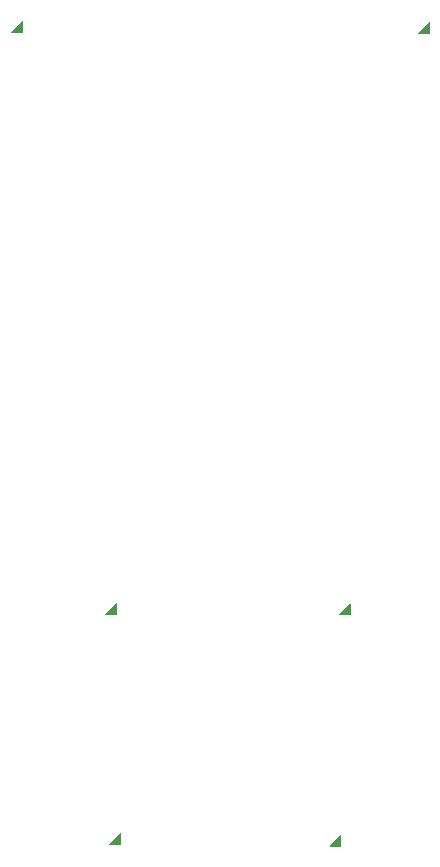
<source format=gbr>
%TF.GenerationSoftware,KiCad,Pcbnew,9.0.3*%
%TF.CreationDate,2026-01-29T20:12:38-03:00*%
%TF.ProjectId,hackpad,6861636b-7061-4642-9e6b-696361645f70,rev?*%
%TF.SameCoordinates,Original*%
%TF.FileFunction,Legend,Bot*%
%TF.FilePolarity,Positive*%
%FSLAX46Y46*%
G04 Gerber Fmt 4.6, Leading zero omitted, Abs format (unit mm)*
G04 Created by KiCad (PCBNEW 9.0.3) date 2026-01-29 20:12:38*
%MOMM*%
%LPD*%
G01*
G04 APERTURE LIST*
%ADD10C,0.100000*%
G04 APERTURE END LIST*
D10*
%TO.C,D1*%
X146850001Y-111397158D02*
X145950001Y-111397158D01*
X146850001Y-110497158D01*
X146850001Y-111397158D01*
G36*
X146850001Y-111397158D02*
G01*
X145950001Y-111397158D01*
X146850001Y-110497158D01*
X146850001Y-111397158D01*
G37*
%TO.C,D2*%
X166637501Y-111449958D02*
X165737501Y-111449958D01*
X166637501Y-110549958D01*
X166637501Y-111449958D01*
G36*
X166637501Y-111449958D02*
G01*
X165737501Y-111449958D01*
X166637501Y-110549958D01*
X166637501Y-111449958D01*
G37*
%TO.C,D6*%
X138875001Y-62124958D02*
X137975001Y-62124958D01*
X138875001Y-61224958D01*
X138875001Y-62124958D01*
G36*
X138875001Y-62124958D02*
G01*
X137975001Y-62124958D01*
X138875001Y-61224958D01*
X138875001Y-62124958D01*
G37*
%TO.C,D4*%
X165837501Y-131049958D02*
X164937501Y-131049958D01*
X165837501Y-130149958D01*
X165837501Y-131049958D01*
G36*
X165837501Y-131049958D02*
G01*
X164937501Y-131049958D01*
X165837501Y-130149958D01*
X165837501Y-131049958D01*
G37*
%TO.C,D5*%
X173350001Y-62199958D02*
X172450001Y-62199958D01*
X173350001Y-61299958D01*
X173350001Y-62199958D01*
G36*
X173350001Y-62199958D02*
G01*
X172450001Y-62199958D01*
X173350001Y-61299958D01*
X173350001Y-62199958D01*
G37*
%TO.C,D3*%
X147187501Y-130897158D02*
X146287501Y-130897158D01*
X147187501Y-129997158D01*
X147187501Y-130897158D01*
G36*
X147187501Y-130897158D02*
G01*
X146287501Y-130897158D01*
X147187501Y-129997158D01*
X147187501Y-130897158D01*
G37*
%TD*%
M02*

</source>
